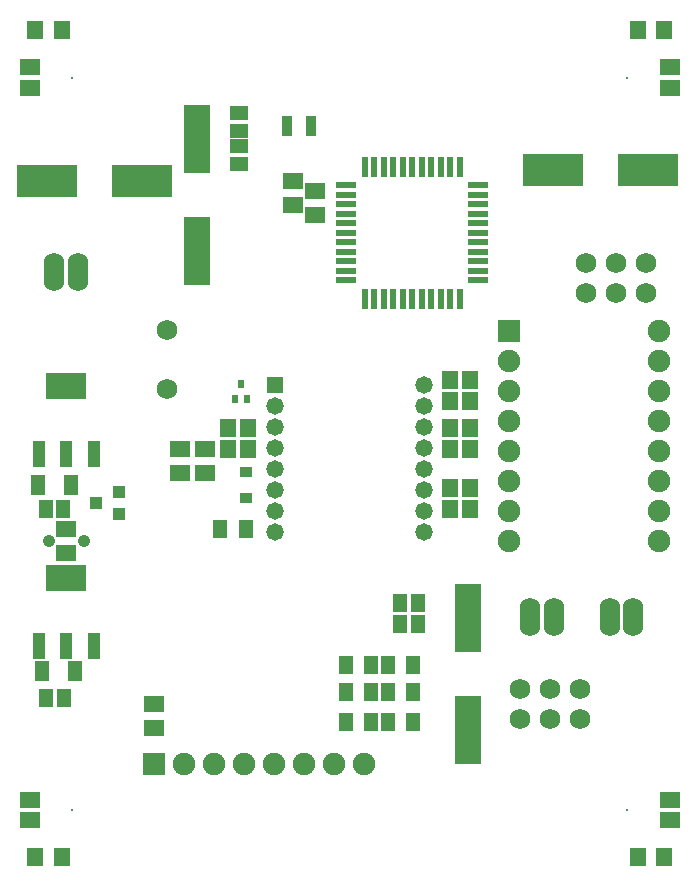
<source format=gts>
G04 Layer_Color=20142*
%FSLAX23Y23*%
%MOIN*%
G70*
G01*
G75*
%ADD63R,0.134X0.091*%
%ADD64R,0.043X0.091*%
%ADD65R,0.053X0.059*%
%ADD66R,0.065X0.055*%
%ADD67R,0.205X0.106*%
%ADD68R,0.024X0.065*%
%ADD69R,0.065X0.024*%
%ADD70R,0.038X0.065*%
%ADD71R,0.055X0.063*%
%ADD72R,0.046X0.059*%
%ADD73R,0.069X0.057*%
%ADD74R,0.047X0.059*%
%ADD75R,0.047X0.068*%
%ADD76R,0.043X0.039*%
%ADD77R,0.022X0.028*%
%ADD78R,0.059X0.047*%
%ADD79R,0.087X0.225*%
%ADD80R,0.041X0.033*%
%ADD81C,0.068*%
%ADD82O,0.068X0.128*%
%ADD83C,0.042*%
%ADD84R,0.058X0.058*%
%ADD85C,0.058*%
%ADD86C,0.075*%
%ADD87R,0.075X0.075*%
%ADD88C,0.008*%
D63*
X11988Y13459D02*
D03*
Y12819D02*
D03*
D64*
X12079Y13234D02*
D03*
X11988D02*
D03*
X11898D02*
D03*
X12079Y12594D02*
D03*
X11988D02*
D03*
X11898D02*
D03*
D65*
X13981Y14646D02*
D03*
X13893D02*
D03*
X13981Y11890D02*
D03*
X13893D02*
D03*
X11885D02*
D03*
X11973D02*
D03*
X11885Y14646D02*
D03*
X11973D02*
D03*
D66*
X14000Y14522D02*
D03*
Y14455D02*
D03*
Y12014D02*
D03*
Y12081D02*
D03*
X11866Y12014D02*
D03*
Y12081D02*
D03*
Y14522D02*
D03*
Y14455D02*
D03*
D67*
X13611Y14181D02*
D03*
X13926D02*
D03*
X12240Y14144D02*
D03*
X11925D02*
D03*
D68*
X12984Y14191D02*
D03*
X13015Y14191D02*
D03*
X13047D02*
D03*
X13078Y14191D02*
D03*
X13110D02*
D03*
X13141D02*
D03*
X13173D02*
D03*
X13204D02*
D03*
X13236D02*
D03*
X13267D02*
D03*
X13299D02*
D03*
Y13751D02*
D03*
X13267D02*
D03*
X13236D02*
D03*
X13204D02*
D03*
X13173D02*
D03*
X13141D02*
D03*
X13110D02*
D03*
X13078D02*
D03*
X13047D02*
D03*
X13015D02*
D03*
X12984D02*
D03*
D69*
X13361Y14129D02*
D03*
X13361Y14097D02*
D03*
Y14066D02*
D03*
Y14034D02*
D03*
X13361Y14003D02*
D03*
Y13971D02*
D03*
Y13940D02*
D03*
Y13908D02*
D03*
X13361Y13877D02*
D03*
X13361Y13845D02*
D03*
X13361Y13814D02*
D03*
X12921D02*
D03*
Y13845D02*
D03*
X12921Y13877D02*
D03*
Y13908D02*
D03*
X12921Y13940D02*
D03*
Y13971D02*
D03*
X12921Y14003D02*
D03*
X12921Y14034D02*
D03*
Y14066D02*
D03*
X12921Y14097D02*
D03*
Y14129D02*
D03*
D70*
X12723Y14328D02*
D03*
X12803D02*
D03*
D71*
X13268Y13481D02*
D03*
X13334D02*
D03*
X13268Y13411D02*
D03*
X13334D02*
D03*
X13268Y13321D02*
D03*
X13334D02*
D03*
X13268Y13251D02*
D03*
X13334D02*
D03*
X13268Y13121D02*
D03*
X13334D02*
D03*
X13268Y13051D02*
D03*
X13334D02*
D03*
X12594Y13321D02*
D03*
X12528D02*
D03*
X12594Y13251D02*
D03*
X12528D02*
D03*
D72*
X13004Y12531D02*
D03*
X12919Y12531D02*
D03*
X13144Y12531D02*
D03*
X13059Y12531D02*
D03*
X13144Y12441D02*
D03*
X13059D02*
D03*
X13004Y12441D02*
D03*
X12919D02*
D03*
X13144Y12340D02*
D03*
X13059D02*
D03*
X13004Y12340D02*
D03*
X12919Y12340D02*
D03*
X12501Y12983D02*
D03*
X12586D02*
D03*
D73*
X12281Y12401D02*
D03*
Y12321D02*
D03*
X11988Y12903D02*
D03*
Y12983D02*
D03*
X12366Y13170D02*
D03*
Y13250D02*
D03*
X12449Y13250D02*
D03*
Y13170D02*
D03*
X12745Y14063D02*
D03*
Y14143D02*
D03*
X12818Y14029D02*
D03*
Y14109D02*
D03*
D74*
X11921Y12421D02*
D03*
X11981D02*
D03*
X11919Y13051D02*
D03*
X11978D02*
D03*
X13102Y12738D02*
D03*
X13162Y12738D02*
D03*
X13102Y12667D02*
D03*
X13162D02*
D03*
D75*
X12016Y12511D02*
D03*
X11906D02*
D03*
X12004Y13130D02*
D03*
X11894D02*
D03*
D76*
X12087Y13071D02*
D03*
X12165Y13108D02*
D03*
Y13033D02*
D03*
D77*
X12571Y13467D02*
D03*
X12591Y13416D02*
D03*
X12551D02*
D03*
D78*
X12564Y14369D02*
D03*
Y14309D02*
D03*
Y14199D02*
D03*
Y14259D02*
D03*
D79*
X12424Y13911D02*
D03*
Y14285D02*
D03*
X13326Y12314D02*
D03*
Y12688D02*
D03*
D80*
X12586Y13086D02*
D03*
Y13174D02*
D03*
D81*
X12323Y13646D02*
D03*
Y13449D02*
D03*
X13721Y13871D02*
D03*
X13821D02*
D03*
X13921D02*
D03*
Y13771D02*
D03*
X13821D02*
D03*
X13721D02*
D03*
X13501Y12451D02*
D03*
X13601D02*
D03*
X13701D02*
D03*
Y12351D02*
D03*
X13601D02*
D03*
X13501D02*
D03*
D82*
X11948Y13839D02*
D03*
X12028D02*
D03*
X13535Y12689D02*
D03*
X13614D02*
D03*
X13799D02*
D03*
X13878D02*
D03*
D83*
X11929Y12943D02*
D03*
X12048D02*
D03*
D84*
X12685Y13465D02*
D03*
D85*
Y13395D02*
D03*
Y13325D02*
D03*
Y13255D02*
D03*
Y13185D02*
D03*
Y13115D02*
D03*
Y13045D02*
D03*
Y12975D02*
D03*
X13181Y13465D02*
D03*
Y13395D02*
D03*
Y13325D02*
D03*
Y13255D02*
D03*
Y13185D02*
D03*
Y13115D02*
D03*
Y13045D02*
D03*
Y12975D02*
D03*
D86*
X13964Y12942D02*
D03*
Y13042D02*
D03*
Y13142D02*
D03*
Y13242D02*
D03*
Y13342D02*
D03*
Y13442D02*
D03*
Y13542D02*
D03*
Y13642D02*
D03*
X13464Y12942D02*
D03*
Y13042D02*
D03*
Y13142D02*
D03*
Y13242D02*
D03*
Y13342D02*
D03*
Y13442D02*
D03*
Y13542D02*
D03*
X12981Y12201D02*
D03*
X12781D02*
D03*
X12881D02*
D03*
X12381D02*
D03*
X12481D02*
D03*
X12681D02*
D03*
X12581D02*
D03*
D87*
X13464Y13642D02*
D03*
X12281Y12201D02*
D03*
D88*
X12008Y12047D02*
D03*
X13858D02*
D03*
Y14488D02*
D03*
X12008D02*
D03*
M02*

</source>
